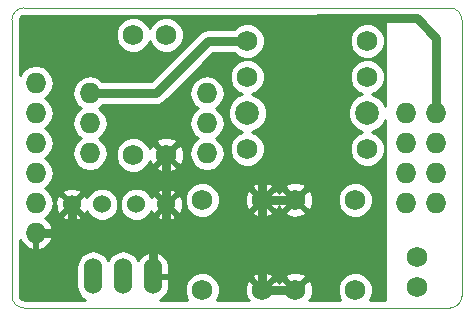
<source format=gbl>
G04 #@! TF.FileFunction,Copper,L2,Bot,Signal*
%FSLAX46Y46*%
G04 Gerber Fmt 4.6, Leading zero omitted, Abs format (unit mm)*
G04 Created by KiCad (PCBNEW (2015-07-01 BZR 5850)-product) date Mon Jul 20 16:06:04 2015*
%MOMM*%
G01*
G04 APERTURE LIST*
%ADD10C,0.100000*%
%ADD11C,1.524000*%
%ADD12C,1.727200*%
%ADD13O,1.727200X1.727200*%
%ADD14O,1.524000X3.048000*%
%ADD15C,1.998980*%
%ADD16C,0.762000*%
%ADD17C,0.254000*%
G04 APERTURE END LIST*
D10*
X165100000Y-77216000D02*
X165100000Y-100584000D01*
X128016000Y-76200000D02*
X164084000Y-76200000D01*
X127000000Y-100584000D02*
X127000000Y-77216000D01*
X164084000Y-101600000D02*
X128016000Y-101600000D01*
X127000000Y-100584000D02*
G75*
G03X128016000Y-101600000I1016000J0D01*
G01*
X128016000Y-76200000D02*
G75*
G03X127000000Y-77216000I0J-1016000D01*
G01*
X165100000Y-77216000D02*
G75*
G03X164084000Y-76200000I-1016000J0D01*
G01*
X164084000Y-101600000D02*
G75*
G03X165100000Y-100584000I0J1016000D01*
G01*
D11*
X134620000Y-92837000D03*
X132080000Y-92837000D03*
X137541000Y-92837000D03*
X140081000Y-92837000D03*
D12*
X161290000Y-99822000D03*
X161290000Y-97282000D03*
D13*
X133604000Y-88519000D03*
X133604000Y-85979000D03*
X133604000Y-83439000D03*
X129032000Y-82550000D03*
X129032000Y-85090000D03*
X129032000Y-87630000D03*
X129032000Y-90170000D03*
X129032000Y-92710000D03*
X129032000Y-95250000D03*
X160401000Y-85090000D03*
X162941000Y-85090000D03*
X160401000Y-87630000D03*
X162941000Y-87630000D03*
X160401000Y-90170000D03*
X162941000Y-90170000D03*
X160401000Y-92710000D03*
X162941000Y-92710000D03*
X143510000Y-88519000D03*
X143510000Y-85979000D03*
X143510000Y-83439000D03*
D12*
X156083000Y-100076000D03*
X151003000Y-100076000D03*
X156083000Y-92456000D03*
X151003000Y-92456000D03*
X143129000Y-92456000D03*
X148209000Y-92456000D03*
X143129000Y-100076000D03*
X148209000Y-100076000D03*
D14*
X138938000Y-98933000D03*
X136398000Y-98933000D03*
X133858000Y-98933000D03*
D12*
X137287000Y-88646000D03*
X137287000Y-78486000D03*
X146939000Y-82042000D03*
X157099000Y-82042000D03*
X146939000Y-78994000D03*
X157099000Y-78994000D03*
X157099000Y-88138000D03*
X146939000Y-88138000D03*
X140081000Y-78486000D03*
X140081000Y-88646000D03*
D15*
X146939000Y-85090000D03*
X157099000Y-85090000D03*
D16*
X149225000Y-80772000D02*
X149225000Y-89598500D01*
X162941000Y-78740000D02*
X161290000Y-77089000D01*
X161290000Y-77089000D02*
X152908000Y-77089000D01*
X152908000Y-77089000D02*
X149225000Y-80772000D01*
X162941000Y-85090000D02*
X162941000Y-78740000D01*
X148209000Y-90614500D02*
X148209000Y-92456000D01*
X149225000Y-89598500D02*
X148209000Y-90614500D01*
X140081000Y-95250000D02*
X148209000Y-95250000D01*
X148209000Y-92456000D02*
X151003000Y-92456000D01*
X148209000Y-100076000D02*
X148209000Y-95250000D01*
X148209000Y-95250000D02*
X148209000Y-92456000D01*
X151003000Y-100076000D02*
X148209000Y-100076000D01*
X140081000Y-92837000D02*
X140081000Y-88646000D01*
X132080000Y-92837000D02*
X132080000Y-95250000D01*
X140081000Y-92837000D02*
X140081000Y-95250000D01*
X138938000Y-98933000D02*
X138938000Y-95250000D01*
X129032000Y-95250000D02*
X132080000Y-95250000D01*
X132080000Y-95250000D02*
X138938000Y-95250000D01*
X138938000Y-95250000D02*
X140081000Y-95250000D01*
X146939000Y-78994000D02*
X143637000Y-78994000D01*
X139192000Y-83439000D02*
X133604000Y-83439000D01*
X143637000Y-78994000D02*
X139192000Y-83439000D01*
D17*
G36*
X158623000Y-84498212D02*
X158485462Y-84165345D01*
X158026073Y-83705154D01*
X157513384Y-83492267D01*
X157946780Y-83313192D01*
X158368710Y-82891997D01*
X158597339Y-82341398D01*
X158597859Y-81745218D01*
X158370192Y-81194220D01*
X157948997Y-80772290D01*
X157398398Y-80543661D01*
X156802218Y-80543141D01*
X156251220Y-80770808D01*
X155829290Y-81192003D01*
X155600661Y-81742602D01*
X155600141Y-82338782D01*
X155827808Y-82889780D01*
X156249003Y-83311710D01*
X156684744Y-83492646D01*
X156174345Y-83703538D01*
X155714154Y-84162927D01*
X155464794Y-84763453D01*
X155464226Y-85413694D01*
X155712538Y-86014655D01*
X156171927Y-86474846D01*
X156684616Y-86687733D01*
X156251220Y-86866808D01*
X155829290Y-87288003D01*
X155600661Y-87838602D01*
X155600141Y-88434782D01*
X155827808Y-88985780D01*
X156249003Y-89407710D01*
X156799602Y-89636339D01*
X157395782Y-89636859D01*
X157946780Y-89409192D01*
X158368710Y-88987997D01*
X158597339Y-88437398D01*
X158597859Y-87841218D01*
X158370192Y-87290220D01*
X157948997Y-86868290D01*
X157513256Y-86687354D01*
X158023655Y-86476462D01*
X158483846Y-86017073D01*
X158623000Y-85681953D01*
X158623000Y-100915000D01*
X157357276Y-100915000D01*
X157581339Y-100375398D01*
X157581859Y-99779218D01*
X157354192Y-99228220D01*
X156932997Y-98806290D01*
X156382398Y-98577661D01*
X155786218Y-98577141D01*
X155235220Y-98804808D01*
X154813290Y-99226003D01*
X154584661Y-99776602D01*
X154584141Y-100372782D01*
X154808180Y-100915000D01*
X152165364Y-100915000D01*
X152309516Y-100868259D01*
X152513248Y-100307970D01*
X152487058Y-99712365D01*
X152309516Y-99283741D01*
X152056805Y-99201800D01*
X151182605Y-100076000D01*
X151196748Y-100090143D01*
X151017143Y-100269748D01*
X151003000Y-100255605D01*
X150988858Y-100269748D01*
X150809253Y-100090143D01*
X150823395Y-100076000D01*
X150643790Y-99896395D01*
X151003000Y-99896395D01*
X151877200Y-99022195D01*
X151795259Y-98769484D01*
X151234970Y-98565752D01*
X150639365Y-98591942D01*
X148512996Y-98591942D01*
X148440970Y-98565752D01*
X147845365Y-98591942D01*
X147416741Y-98769484D01*
X147334800Y-99022195D01*
X148209000Y-99896395D01*
X149083200Y-99022195D01*
X149001259Y-98769484D01*
X148512996Y-98591942D01*
X150639365Y-98591942D01*
X148512996Y-98591942D01*
X148512996Y-98591942D01*
X150639365Y-98591942D01*
X150210741Y-98769484D01*
X150128800Y-99022195D01*
X151003000Y-99896395D01*
X150643790Y-99896395D01*
X149949195Y-99201800D01*
X149696484Y-99283741D01*
X149611886Y-99516398D01*
X149515516Y-99283741D01*
X149262805Y-99201800D01*
X148388605Y-100076000D01*
X148402748Y-100090143D01*
X148223143Y-100269748D01*
X148209000Y-100255605D01*
X148194858Y-100269748D01*
X148015253Y-100090143D01*
X148029395Y-100076000D01*
X147155195Y-99201800D01*
X146902484Y-99283741D01*
X146698752Y-99844030D01*
X146724942Y-100439635D01*
X146902484Y-100868259D01*
X147046636Y-100915000D01*
X144403276Y-100915000D01*
X144627339Y-100375398D01*
X144627859Y-99779218D01*
X144400192Y-99228220D01*
X143978997Y-98806290D01*
X143428398Y-98577661D01*
X142832218Y-98577141D01*
X142281220Y-98804808D01*
X141859290Y-99226003D01*
X141630661Y-99776602D01*
X141630141Y-100372782D01*
X141854180Y-100915000D01*
X139574419Y-100915000D01*
X139836026Y-100772630D01*
X140180059Y-100346941D01*
X140335000Y-99822000D01*
X140335000Y-99060000D01*
X139065000Y-99060000D01*
X139065000Y-99080000D01*
X138811000Y-99080000D01*
X138811000Y-99060000D01*
X138791000Y-99060000D01*
X138791000Y-98806000D01*
X138811000Y-98806000D01*
X138811000Y-96939280D01*
X139065000Y-96939280D01*
X139065000Y-98806000D01*
X140335000Y-98806000D01*
X140335000Y-98044000D01*
X140180059Y-97519059D01*
X139836026Y-97093370D01*
X139355277Y-96831740D01*
X139281070Y-96816780D01*
X139065000Y-96939280D01*
X138811000Y-96939280D01*
X138811000Y-96939280D01*
X138594930Y-96816780D01*
X138520723Y-96831740D01*
X138039974Y-97093370D01*
X137695941Y-97519059D01*
X137678349Y-97578662D01*
X137385828Y-97140875D01*
X136932609Y-96838043D01*
X136398000Y-96731703D01*
X135863391Y-96838043D01*
X135410172Y-97140875D01*
X135128000Y-97563174D01*
X134845828Y-97140875D01*
X134392609Y-96838043D01*
X133858000Y-96731703D01*
X133323391Y-96838043D01*
X132870172Y-97140875D01*
X132567340Y-97594094D01*
X132461000Y-98128703D01*
X132461000Y-99737297D01*
X132567340Y-100271906D01*
X132870172Y-100725125D01*
X133154339Y-100915000D01*
X128083466Y-100915000D01*
X127894469Y-100877406D01*
X127791437Y-100808563D01*
X127722594Y-100705531D01*
X127685000Y-100516534D01*
X127685000Y-95839395D01*
X127825179Y-96138490D01*
X128257053Y-96532688D01*
X128672974Y-96704958D01*
X128905000Y-96583817D01*
X128905000Y-95377000D01*
X129159000Y-95377000D01*
X129159000Y-96583817D01*
X129391026Y-96704958D01*
X129806947Y-96532688D01*
X130238821Y-96138490D01*
X130486968Y-95609027D01*
X130366469Y-95377000D01*
X129159000Y-95377000D01*
X128905000Y-95377000D01*
X128905000Y-95377000D01*
X128885000Y-95377000D01*
X128885000Y-95123000D01*
X128905000Y-95123000D01*
X128905000Y-95103000D01*
X129159000Y-95103000D01*
X129159000Y-95123000D01*
X130366469Y-95123000D01*
X130486968Y-94890973D01*
X130238821Y-94361510D01*
X129820839Y-93979992D01*
X130064455Y-93817213D01*
X131279392Y-93817213D01*
X131348857Y-94059397D01*
X131872302Y-94246144D01*
X139873302Y-94246144D01*
X140428368Y-94218362D01*
X140812143Y-94059397D01*
X140838860Y-93966248D01*
X147977030Y-93966248D01*
X148572635Y-93940058D01*
X149001259Y-93762516D01*
X149083200Y-93509805D01*
X150128800Y-93509805D01*
X149083200Y-93509805D01*
X149083200Y-93509805D01*
X150128800Y-93509805D01*
X150210741Y-93762516D01*
X150771030Y-93966248D01*
X151366635Y-93940058D01*
X151795259Y-93762516D01*
X151807193Y-93725710D01*
X155233003Y-93725710D01*
X155783602Y-93954339D01*
X156379782Y-93954859D01*
X156930780Y-93727192D01*
X157352710Y-93305997D01*
X157581339Y-92755398D01*
X157581859Y-92159218D01*
X157354192Y-91608220D01*
X156932997Y-91186290D01*
X156382398Y-90957661D01*
X155786218Y-90957141D01*
X155235220Y-91184808D01*
X151806713Y-91184808D01*
X151795259Y-91149484D01*
X151234970Y-90945752D01*
X150639365Y-90971942D01*
X150210741Y-91149484D01*
X150128800Y-91402195D01*
X151003000Y-92276395D01*
X151877200Y-91402195D01*
X151806713Y-91184808D01*
X155235220Y-91184808D01*
X151806713Y-91184808D01*
X151806713Y-91184808D01*
X155235220Y-91184808D01*
X154813290Y-91606003D01*
X152131449Y-91606003D01*
X152056805Y-91581800D01*
X151182605Y-92456000D01*
X152056805Y-93330200D01*
X152309516Y-93248259D01*
X152513248Y-92687970D01*
X152487058Y-92092365D01*
X152309516Y-91663741D01*
X152131449Y-91606003D01*
X154813290Y-91606003D01*
X152131449Y-91606003D01*
X152131449Y-91606003D01*
X154813290Y-91606003D01*
X154584661Y-92156602D01*
X154584141Y-92752782D01*
X154811808Y-93303780D01*
X155233003Y-93725710D01*
X151807193Y-93725710D01*
X151877200Y-93509805D01*
X151003000Y-92635605D01*
X150643790Y-92635605D01*
X150823395Y-92456000D01*
X149949195Y-91581800D01*
X149696484Y-91663741D01*
X149611886Y-91896398D01*
X149515516Y-91663741D01*
X149262805Y-91581800D01*
X148388605Y-92456000D01*
X149262805Y-93330200D01*
X149515516Y-93248259D01*
X149600114Y-93015602D01*
X149696484Y-93248259D01*
X149949195Y-93330200D01*
X150643790Y-92635605D01*
X151003000Y-92635605D01*
X150643790Y-92635605D01*
X150643790Y-92635605D01*
X151003000Y-92635605D01*
X150128800Y-93509805D01*
X149083200Y-93509805D01*
X149083200Y-93509805D01*
X148209000Y-92635605D01*
X147334800Y-93509805D01*
X144194546Y-93509805D01*
X144398710Y-93305997D01*
X144627339Y-92755398D01*
X144627859Y-92159218D01*
X144423133Y-91663741D01*
X146902484Y-91663741D01*
X146698752Y-92224030D01*
X146724942Y-92819635D01*
X146902484Y-93248259D01*
X147155195Y-93330200D01*
X148029395Y-92456000D01*
X147155195Y-91581800D01*
X146902484Y-91663741D01*
X144423133Y-91663741D01*
X144400192Y-91608220D01*
X143978997Y-91186290D01*
X143462791Y-90971942D01*
X147845365Y-90971942D01*
X147416741Y-91149484D01*
X147334800Y-91402195D01*
X148209000Y-92276395D01*
X149083200Y-91402195D01*
X149001259Y-91149484D01*
X148440970Y-90945752D01*
X147845365Y-90971942D01*
X143462791Y-90971942D01*
X143428398Y-90957661D01*
X142832218Y-90957141D01*
X142281220Y-91184808D01*
X141859290Y-91606003D01*
X141630661Y-92156602D01*
X141630141Y-92752782D01*
X141857808Y-93303780D01*
X142279003Y-93725710D01*
X142829602Y-93954339D01*
X143425782Y-93954859D01*
X143976780Y-93727192D01*
X144194546Y-93509805D01*
X147334800Y-93509805D01*
X144194546Y-93509805D01*
X144194546Y-93509805D01*
X147334800Y-93509805D01*
X147416741Y-93762516D01*
X147977030Y-93966248D01*
X140838860Y-93966248D01*
X140881608Y-93817213D01*
X140081000Y-93016605D01*
X139280392Y-93817213D01*
X138536457Y-93817213D01*
X138724629Y-93629370D01*
X138804395Y-93437273D01*
X138858603Y-93568143D01*
X139100787Y-93637608D01*
X139901395Y-92837000D01*
X140260605Y-92837000D01*
X141061213Y-93637608D01*
X141303397Y-93568143D01*
X141490144Y-93044698D01*
X141462362Y-92489632D01*
X141303397Y-92105857D01*
X141061213Y-92036392D01*
X140260605Y-92837000D01*
X139901395Y-92837000D01*
X139901395Y-92837000D01*
X139100787Y-92036392D01*
X138858603Y-92105857D01*
X138808491Y-92246318D01*
X138726010Y-92046697D01*
X138333370Y-91653371D01*
X137857176Y-91455638D01*
X139733632Y-91455638D01*
X139349857Y-91614603D01*
X139280392Y-91856787D01*
X140081000Y-92657395D01*
X140881608Y-91856787D01*
X140812143Y-91614603D01*
X140288698Y-91427856D01*
X139733632Y-91455638D01*
X137857176Y-91455638D01*
X137820100Y-91440243D01*
X137264339Y-91439758D01*
X136750697Y-91651990D01*
X136357371Y-92044630D01*
X136144243Y-92557900D01*
X136143758Y-93113661D01*
X136355990Y-93627303D01*
X136748630Y-94020629D01*
X137261900Y-94233757D01*
X137817661Y-94234242D01*
X138331303Y-94022010D01*
X138536457Y-93817213D01*
X139280392Y-93817213D01*
X138536457Y-93817213D01*
X138536457Y-93817213D01*
X139280392Y-93817213D01*
X139349857Y-94059397D01*
X139873302Y-94246144D01*
X131872302Y-94246144D01*
X131872302Y-94246144D01*
X132427368Y-94218362D01*
X132811143Y-94059397D01*
X132880608Y-93817213D01*
X132701003Y-93637608D01*
X133060213Y-93637608D01*
X133302397Y-93568143D01*
X133352509Y-93427682D01*
X133434990Y-93627303D01*
X133827630Y-94020629D01*
X134340900Y-94233757D01*
X134896661Y-94234242D01*
X135410303Y-94022010D01*
X135803629Y-93629370D01*
X136016757Y-93116100D01*
X136017242Y-92560339D01*
X135805010Y-92046697D01*
X135412370Y-91653371D01*
X134899100Y-91440243D01*
X134343339Y-91439758D01*
X133829697Y-91651990D01*
X132821867Y-91651990D01*
X132811143Y-91614603D01*
X132287698Y-91427856D01*
X131732632Y-91455638D01*
X131348857Y-91614603D01*
X131279392Y-91856787D01*
X132080000Y-92657395D01*
X132880608Y-91856787D01*
X132821867Y-91651990D01*
X133829697Y-91651990D01*
X132821867Y-91651990D01*
X132821867Y-91651990D01*
X133829697Y-91651990D01*
X133436371Y-92044630D01*
X133356605Y-92236727D01*
X133302397Y-92105857D01*
X133060213Y-92036392D01*
X132259605Y-92837000D01*
X131900395Y-92837000D01*
X131900395Y-92837000D01*
X131099787Y-92036392D01*
X130857603Y-92105857D01*
X130670856Y-92629302D01*
X130698638Y-93184368D01*
X130857603Y-93568143D01*
X131099787Y-93637608D01*
X131900395Y-92837000D01*
X132259605Y-92837000D01*
X131900395Y-92837000D01*
X131900395Y-92837000D01*
X132259605Y-92837000D01*
X133060213Y-93637608D01*
X132701003Y-93637608D01*
X132080000Y-93016605D01*
X131279392Y-93817213D01*
X130064455Y-93817213D01*
X130091670Y-93799029D01*
X130416526Y-93312848D01*
X130530600Y-92739359D01*
X130530600Y-92680641D01*
X130416526Y-92107152D01*
X130091670Y-91620971D01*
X129820828Y-91440000D01*
X130091670Y-91259029D01*
X130416526Y-90772848D01*
X130530600Y-90199359D01*
X130530600Y-90156248D01*
X139849030Y-90156248D01*
X140444635Y-90130058D01*
X140873259Y-89952516D01*
X140955200Y-89699805D01*
X140863424Y-89608029D01*
X142450330Y-89608029D01*
X142936511Y-89932885D01*
X143510000Y-90046959D01*
X144083489Y-89932885D01*
X144569670Y-89608029D01*
X144894526Y-89121848D01*
X145008600Y-88548359D01*
X145008600Y-88489641D01*
X144894526Y-87916152D01*
X144569670Y-87429971D01*
X144298828Y-87249000D01*
X144569670Y-87068029D01*
X144894526Y-86581848D01*
X145008600Y-86008359D01*
X145008600Y-85949641D01*
X144894526Y-85376152D01*
X144569670Y-84889971D01*
X144298828Y-84709000D01*
X144569670Y-84528029D01*
X144894526Y-84041848D01*
X145008600Y-83468359D01*
X145008600Y-83409641D01*
X144894526Y-82836152D01*
X144569670Y-82349971D01*
X144083489Y-82025115D01*
X143510000Y-81911041D01*
X142936511Y-82025115D01*
X142042725Y-82025115D01*
X143297032Y-80770808D01*
X146091220Y-80770808D01*
X145669290Y-81192003D01*
X145440661Y-81742602D01*
X145440141Y-82338782D01*
X145667808Y-82889780D01*
X146089003Y-83311710D01*
X146524744Y-83492646D01*
X146014345Y-83703538D01*
X145554154Y-84162927D01*
X145304794Y-84763453D01*
X145304226Y-85413694D01*
X145552538Y-86014655D01*
X146011927Y-86474846D01*
X146524616Y-86687733D01*
X146091220Y-86866808D01*
X145669290Y-87288003D01*
X145440661Y-87838602D01*
X145440141Y-88434782D01*
X145667808Y-88985780D01*
X146089003Y-89407710D01*
X146639602Y-89636339D01*
X147235782Y-89636859D01*
X147786780Y-89409192D01*
X148208710Y-88987997D01*
X148437339Y-88437398D01*
X148437859Y-87841218D01*
X148210192Y-87290220D01*
X147788997Y-86868290D01*
X147353256Y-86687354D01*
X147863655Y-86476462D01*
X148323846Y-86017073D01*
X148573206Y-85416547D01*
X148573774Y-84766306D01*
X148325462Y-84165345D01*
X147866073Y-83705154D01*
X147353384Y-83492267D01*
X147786780Y-83313192D01*
X148208710Y-82891997D01*
X148437339Y-82341398D01*
X148437859Y-81745218D01*
X148210192Y-81194220D01*
X147788997Y-80772290D01*
X147238398Y-80543661D01*
X146642218Y-80543141D01*
X146091220Y-80770808D01*
X143297032Y-80770808D01*
X144057841Y-80010000D01*
X145835735Y-80010000D01*
X146089003Y-80263710D01*
X146639602Y-80492339D01*
X147235782Y-80492859D01*
X147786780Y-80265192D01*
X148208710Y-79843997D01*
X148437339Y-79293398D01*
X148437859Y-78697218D01*
X148210192Y-78146220D01*
X147788997Y-77724290D01*
X147785428Y-77722808D01*
X156251220Y-77722808D01*
X155829290Y-78144003D01*
X155600661Y-78694602D01*
X155600141Y-79290782D01*
X155827808Y-79841780D01*
X156249003Y-80263710D01*
X156799602Y-80492339D01*
X157395782Y-80492859D01*
X157946780Y-80265192D01*
X158368710Y-79843997D01*
X158597339Y-79293398D01*
X158597859Y-78697218D01*
X158370192Y-78146220D01*
X157948997Y-77724290D01*
X157398398Y-77495661D01*
X156802218Y-77495141D01*
X156251220Y-77722808D01*
X147785428Y-77722808D01*
X147238398Y-77495661D01*
X146642218Y-77495141D01*
X146091220Y-77722808D01*
X145835583Y-77978000D01*
X143637000Y-77978000D01*
X143248194Y-78055338D01*
X143248192Y-78055339D01*
X143248193Y-78055339D01*
X142918579Y-78275580D01*
X138771160Y-82423000D01*
X134712466Y-82423000D01*
X134663670Y-82349971D01*
X134177489Y-82025115D01*
X133604000Y-81911041D01*
X133030511Y-82025115D01*
X132544330Y-82349971D01*
X132219474Y-82836152D01*
X132105400Y-83409641D01*
X132105400Y-83468359D01*
X132219474Y-84041848D01*
X132544330Y-84528029D01*
X132815172Y-84709000D01*
X132544330Y-84889971D01*
X132219474Y-85376152D01*
X132105400Y-85949641D01*
X132105400Y-86008359D01*
X132219474Y-86581848D01*
X132544330Y-87068029D01*
X132815172Y-87249000D01*
X132544330Y-87429971D01*
X132219474Y-87916152D01*
X132105400Y-88489641D01*
X132105400Y-88548359D01*
X132219474Y-89121848D01*
X132544330Y-89608029D01*
X133030511Y-89932885D01*
X133604000Y-90046959D01*
X134177489Y-89932885D01*
X134663670Y-89608029D01*
X134988526Y-89121848D01*
X135102600Y-88548359D01*
X135102600Y-88489641D01*
X134988526Y-87916152D01*
X134663670Y-87429971D01*
X134392828Y-87249000D01*
X134663670Y-87068029D01*
X134988526Y-86581848D01*
X135102600Y-86008359D01*
X135102600Y-85949641D01*
X134988526Y-85376152D01*
X134663670Y-84889971D01*
X134392828Y-84709000D01*
X134663670Y-84528029D01*
X134712466Y-84455000D01*
X139192000Y-84455000D01*
X139516300Y-84390493D01*
X139580807Y-84377662D01*
X139910420Y-84157420D01*
X142042725Y-82025115D01*
X142936511Y-82025115D01*
X142042725Y-82025115D01*
X142042725Y-82025115D01*
X142936511Y-82025115D01*
X142450330Y-82349971D01*
X142125474Y-82836152D01*
X142011400Y-83409641D01*
X142011400Y-83468359D01*
X142125474Y-84041848D01*
X142450330Y-84528029D01*
X142721172Y-84709000D01*
X142450330Y-84889971D01*
X142125474Y-85376152D01*
X142011400Y-85949641D01*
X142011400Y-86008359D01*
X142125474Y-86581848D01*
X142450330Y-87068029D01*
X142721172Y-87249000D01*
X140624417Y-87249000D01*
X140312970Y-87135752D01*
X139717365Y-87161942D01*
X139288741Y-87339484D01*
X139206800Y-87592195D01*
X140081000Y-88466395D01*
X140955200Y-87592195D01*
X140873259Y-87339484D01*
X140624417Y-87249000D01*
X142721172Y-87249000D01*
X140624417Y-87249000D01*
X140624417Y-87249000D01*
X142721172Y-87249000D01*
X142450330Y-87429971D01*
X142125474Y-87916152D01*
X141413368Y-87916152D01*
X141387516Y-87853741D01*
X141134805Y-87771800D01*
X140260605Y-88646000D01*
X141134805Y-89520200D01*
X141387516Y-89438259D01*
X141591248Y-88877970D01*
X141565058Y-88282365D01*
X141413368Y-87916152D01*
X142125474Y-87916152D01*
X141413368Y-87916152D01*
X141413368Y-87916152D01*
X142125474Y-87916152D01*
X142011400Y-88489641D01*
X142011400Y-88548359D01*
X142125474Y-89121848D01*
X142450330Y-89608029D01*
X140863424Y-89608029D01*
X140081000Y-88825605D01*
X139206800Y-89699805D01*
X138352546Y-89699805D01*
X138556710Y-89495997D01*
X138677704Y-89204612D01*
X138774484Y-89438259D01*
X139027195Y-89520200D01*
X139901395Y-88646000D01*
X139027195Y-87771800D01*
X138774484Y-87853741D01*
X138683978Y-88102645D01*
X138558192Y-87798220D01*
X138136997Y-87376290D01*
X137586398Y-87147661D01*
X136990218Y-87147141D01*
X136439220Y-87374808D01*
X136017290Y-87796003D01*
X135788661Y-88346602D01*
X135788141Y-88942782D01*
X136015808Y-89493780D01*
X136437003Y-89915710D01*
X136987602Y-90144339D01*
X137583782Y-90144859D01*
X138134780Y-89917192D01*
X138352546Y-89699805D01*
X139206800Y-89699805D01*
X138352546Y-89699805D01*
X138352546Y-89699805D01*
X139206800Y-89699805D01*
X139288741Y-89952516D01*
X139849030Y-90156248D01*
X130530600Y-90156248D01*
X130530600Y-90140641D01*
X130416526Y-89567152D01*
X130091670Y-89080971D01*
X129820828Y-88900000D01*
X130091670Y-88719029D01*
X130416526Y-88232848D01*
X130530600Y-87659359D01*
X130530600Y-87600641D01*
X130416526Y-87027152D01*
X130091670Y-86540971D01*
X129820828Y-86360000D01*
X130091670Y-86179029D01*
X130416526Y-85692848D01*
X130530600Y-85119359D01*
X130530600Y-85060641D01*
X130416526Y-84487152D01*
X130091670Y-84000971D01*
X129820828Y-83820000D01*
X130091670Y-83639029D01*
X130416526Y-83152848D01*
X130530600Y-82579359D01*
X130530600Y-82520641D01*
X130416526Y-81947152D01*
X130091670Y-81460971D01*
X129605489Y-81136115D01*
X129032000Y-81022041D01*
X128458511Y-81136115D01*
X127972330Y-81460971D01*
X127685000Y-81890990D01*
X127685000Y-77283466D01*
X127722594Y-77094469D01*
X127791437Y-76991437D01*
X127797866Y-76987141D01*
X136990218Y-76987141D01*
X136439220Y-77214808D01*
X136017290Y-77636003D01*
X135788661Y-78186602D01*
X135788141Y-78782782D01*
X136015808Y-79333780D01*
X136437003Y-79755710D01*
X136987602Y-79984339D01*
X137583782Y-79984859D01*
X138134780Y-79757192D01*
X138556710Y-79335997D01*
X138684031Y-79029375D01*
X138809808Y-79333780D01*
X139231003Y-79755710D01*
X139781602Y-79984339D01*
X140377782Y-79984859D01*
X140928780Y-79757192D01*
X141350710Y-79335997D01*
X141579339Y-78785398D01*
X141579859Y-78189218D01*
X141352192Y-77638220D01*
X140930997Y-77216290D01*
X140380398Y-76987661D01*
X139784218Y-76987141D01*
X139233220Y-77214808D01*
X138811290Y-77636003D01*
X138683969Y-77942625D01*
X138558192Y-77638220D01*
X138136997Y-77216290D01*
X137586398Y-76987661D01*
X136990218Y-76987141D01*
X127797866Y-76987141D01*
X127894469Y-76922594D01*
X128083466Y-76885000D01*
X158623000Y-76885000D01*
X158623000Y-84498212D01*
X158623000Y-84498212D01*
G37*
X158623000Y-84498212D02*
X158485462Y-84165345D01*
X158026073Y-83705154D01*
X157513384Y-83492267D01*
X157946780Y-83313192D01*
X158368710Y-82891997D01*
X158597339Y-82341398D01*
X158597859Y-81745218D01*
X158370192Y-81194220D01*
X157948997Y-80772290D01*
X157398398Y-80543661D01*
X156802218Y-80543141D01*
X156251220Y-80770808D01*
X155829290Y-81192003D01*
X155600661Y-81742602D01*
X155600141Y-82338782D01*
X155827808Y-82889780D01*
X156249003Y-83311710D01*
X156684744Y-83492646D01*
X156174345Y-83703538D01*
X155714154Y-84162927D01*
X155464794Y-84763453D01*
X155464226Y-85413694D01*
X155712538Y-86014655D01*
X156171927Y-86474846D01*
X156684616Y-86687733D01*
X156251220Y-86866808D01*
X155829290Y-87288003D01*
X155600661Y-87838602D01*
X155600141Y-88434782D01*
X155827808Y-88985780D01*
X156249003Y-89407710D01*
X156799602Y-89636339D01*
X157395782Y-89636859D01*
X157946780Y-89409192D01*
X158368710Y-88987997D01*
X158597339Y-88437398D01*
X158597859Y-87841218D01*
X158370192Y-87290220D01*
X157948997Y-86868290D01*
X157513256Y-86687354D01*
X158023655Y-86476462D01*
X158483846Y-86017073D01*
X158623000Y-85681953D01*
X158623000Y-100915000D01*
X157357276Y-100915000D01*
X157581339Y-100375398D01*
X157581859Y-99779218D01*
X157354192Y-99228220D01*
X156932997Y-98806290D01*
X156382398Y-98577661D01*
X155786218Y-98577141D01*
X155235220Y-98804808D01*
X154813290Y-99226003D01*
X154584661Y-99776602D01*
X154584141Y-100372782D01*
X154808180Y-100915000D01*
X152165364Y-100915000D01*
X152309516Y-100868259D01*
X152513248Y-100307970D01*
X152487058Y-99712365D01*
X152309516Y-99283741D01*
X152056805Y-99201800D01*
X151182605Y-100076000D01*
X151196748Y-100090143D01*
X151017143Y-100269748D01*
X151003000Y-100255605D01*
X150988858Y-100269748D01*
X150809253Y-100090143D01*
X150823395Y-100076000D01*
X150643790Y-99896395D01*
X151003000Y-99896395D01*
X151877200Y-99022195D01*
X151795259Y-98769484D01*
X151234970Y-98565752D01*
X150639365Y-98591942D01*
X148512996Y-98591942D01*
X148440970Y-98565752D01*
X147845365Y-98591942D01*
X147416741Y-98769484D01*
X147334800Y-99022195D01*
X148209000Y-99896395D01*
X149083200Y-99022195D01*
X149001259Y-98769484D01*
X148512996Y-98591942D01*
X150639365Y-98591942D01*
X148512996Y-98591942D01*
X148512996Y-98591942D01*
X150639365Y-98591942D01*
X150210741Y-98769484D01*
X150128800Y-99022195D01*
X151003000Y-99896395D01*
X150643790Y-99896395D01*
X149949195Y-99201800D01*
X149696484Y-99283741D01*
X149611886Y-99516398D01*
X149515516Y-99283741D01*
X149262805Y-99201800D01*
X148388605Y-100076000D01*
X148402748Y-100090143D01*
X148223143Y-100269748D01*
X148209000Y-100255605D01*
X148194858Y-100269748D01*
X148015253Y-100090143D01*
X148029395Y-100076000D01*
X147155195Y-99201800D01*
X146902484Y-99283741D01*
X146698752Y-99844030D01*
X146724942Y-100439635D01*
X146902484Y-100868259D01*
X147046636Y-100915000D01*
X144403276Y-100915000D01*
X144627339Y-100375398D01*
X144627859Y-99779218D01*
X144400192Y-99228220D01*
X143978997Y-98806290D01*
X143428398Y-98577661D01*
X142832218Y-98577141D01*
X142281220Y-98804808D01*
X141859290Y-99226003D01*
X141630661Y-99776602D01*
X141630141Y-100372782D01*
X141854180Y-100915000D01*
X139574419Y-100915000D01*
X139836026Y-100772630D01*
X140180059Y-100346941D01*
X140335000Y-99822000D01*
X140335000Y-99060000D01*
X139065000Y-99060000D01*
X139065000Y-99080000D01*
X138811000Y-99080000D01*
X138811000Y-99060000D01*
X138791000Y-99060000D01*
X138791000Y-98806000D01*
X138811000Y-98806000D01*
X138811000Y-96939280D01*
X139065000Y-96939280D01*
X139065000Y-98806000D01*
X140335000Y-98806000D01*
X140335000Y-98044000D01*
X140180059Y-97519059D01*
X139836026Y-97093370D01*
X139355277Y-96831740D01*
X139281070Y-96816780D01*
X139065000Y-96939280D01*
X138811000Y-96939280D01*
X138811000Y-96939280D01*
X138594930Y-96816780D01*
X138520723Y-96831740D01*
X138039974Y-97093370D01*
X137695941Y-97519059D01*
X137678349Y-97578662D01*
X137385828Y-97140875D01*
X136932609Y-96838043D01*
X136398000Y-96731703D01*
X135863391Y-96838043D01*
X135410172Y-97140875D01*
X135128000Y-97563174D01*
X134845828Y-97140875D01*
X134392609Y-96838043D01*
X133858000Y-96731703D01*
X133323391Y-96838043D01*
X132870172Y-97140875D01*
X132567340Y-97594094D01*
X132461000Y-98128703D01*
X132461000Y-99737297D01*
X132567340Y-100271906D01*
X132870172Y-100725125D01*
X133154339Y-100915000D01*
X128083466Y-100915000D01*
X127894469Y-100877406D01*
X127791437Y-100808563D01*
X127722594Y-100705531D01*
X127685000Y-100516534D01*
X127685000Y-95839395D01*
X127825179Y-96138490D01*
X128257053Y-96532688D01*
X128672974Y-96704958D01*
X128905000Y-96583817D01*
X128905000Y-95377000D01*
X129159000Y-95377000D01*
X129159000Y-96583817D01*
X129391026Y-96704958D01*
X129806947Y-96532688D01*
X130238821Y-96138490D01*
X130486968Y-95609027D01*
X130366469Y-95377000D01*
X129159000Y-95377000D01*
X128905000Y-95377000D01*
X128905000Y-95377000D01*
X128885000Y-95377000D01*
X128885000Y-95123000D01*
X128905000Y-95123000D01*
X128905000Y-95103000D01*
X129159000Y-95103000D01*
X129159000Y-95123000D01*
X130366469Y-95123000D01*
X130486968Y-94890973D01*
X130238821Y-94361510D01*
X129820839Y-93979992D01*
X130064455Y-93817213D01*
X131279392Y-93817213D01*
X131348857Y-94059397D01*
X131872302Y-94246144D01*
X139873302Y-94246144D01*
X140428368Y-94218362D01*
X140812143Y-94059397D01*
X140838860Y-93966248D01*
X147977030Y-93966248D01*
X148572635Y-93940058D01*
X149001259Y-93762516D01*
X149083200Y-93509805D01*
X150128800Y-93509805D01*
X149083200Y-93509805D01*
X149083200Y-93509805D01*
X150128800Y-93509805D01*
X150210741Y-93762516D01*
X150771030Y-93966248D01*
X151366635Y-93940058D01*
X151795259Y-93762516D01*
X151807193Y-93725710D01*
X155233003Y-93725710D01*
X155783602Y-93954339D01*
X156379782Y-93954859D01*
X156930780Y-93727192D01*
X157352710Y-93305997D01*
X157581339Y-92755398D01*
X157581859Y-92159218D01*
X157354192Y-91608220D01*
X156932997Y-91186290D01*
X156382398Y-90957661D01*
X155786218Y-90957141D01*
X155235220Y-91184808D01*
X151806713Y-91184808D01*
X151795259Y-91149484D01*
X151234970Y-90945752D01*
X150639365Y-90971942D01*
X150210741Y-91149484D01*
X150128800Y-91402195D01*
X151003000Y-92276395D01*
X151877200Y-91402195D01*
X151806713Y-91184808D01*
X155235220Y-91184808D01*
X151806713Y-91184808D01*
X151806713Y-91184808D01*
X155235220Y-91184808D01*
X154813290Y-91606003D01*
X152131449Y-91606003D01*
X152056805Y-91581800D01*
X151182605Y-92456000D01*
X152056805Y-93330200D01*
X152309516Y-93248259D01*
X152513248Y-92687970D01*
X152487058Y-92092365D01*
X152309516Y-91663741D01*
X152131449Y-91606003D01*
X154813290Y-91606003D01*
X152131449Y-91606003D01*
X152131449Y-91606003D01*
X154813290Y-91606003D01*
X154584661Y-92156602D01*
X154584141Y-92752782D01*
X154811808Y-93303780D01*
X155233003Y-93725710D01*
X151807193Y-93725710D01*
X151877200Y-93509805D01*
X151003000Y-92635605D01*
X150643790Y-92635605D01*
X150823395Y-92456000D01*
X149949195Y-91581800D01*
X149696484Y-91663741D01*
X149611886Y-91896398D01*
X149515516Y-91663741D01*
X149262805Y-91581800D01*
X148388605Y-92456000D01*
X149262805Y-93330200D01*
X149515516Y-93248259D01*
X149600114Y-93015602D01*
X149696484Y-93248259D01*
X149949195Y-93330200D01*
X150643790Y-92635605D01*
X151003000Y-92635605D01*
X150643790Y-92635605D01*
X150643790Y-92635605D01*
X151003000Y-92635605D01*
X150128800Y-93509805D01*
X149083200Y-93509805D01*
X149083200Y-93509805D01*
X148209000Y-92635605D01*
X147334800Y-93509805D01*
X144194546Y-93509805D01*
X144398710Y-93305997D01*
X144627339Y-92755398D01*
X144627859Y-92159218D01*
X144423133Y-91663741D01*
X146902484Y-91663741D01*
X146698752Y-92224030D01*
X146724942Y-92819635D01*
X146902484Y-93248259D01*
X147155195Y-93330200D01*
X148029395Y-92456000D01*
X147155195Y-91581800D01*
X146902484Y-91663741D01*
X144423133Y-91663741D01*
X144400192Y-91608220D01*
X143978997Y-91186290D01*
X143462791Y-90971942D01*
X147845365Y-90971942D01*
X147416741Y-91149484D01*
X147334800Y-91402195D01*
X148209000Y-92276395D01*
X149083200Y-91402195D01*
X149001259Y-91149484D01*
X148440970Y-90945752D01*
X147845365Y-90971942D01*
X143462791Y-90971942D01*
X143428398Y-90957661D01*
X142832218Y-90957141D01*
X142281220Y-91184808D01*
X141859290Y-91606003D01*
X141630661Y-92156602D01*
X141630141Y-92752782D01*
X141857808Y-93303780D01*
X142279003Y-93725710D01*
X142829602Y-93954339D01*
X143425782Y-93954859D01*
X143976780Y-93727192D01*
X144194546Y-93509805D01*
X147334800Y-93509805D01*
X144194546Y-93509805D01*
X144194546Y-93509805D01*
X147334800Y-93509805D01*
X147416741Y-93762516D01*
X147977030Y-93966248D01*
X140838860Y-93966248D01*
X140881608Y-93817213D01*
X140081000Y-93016605D01*
X139280392Y-93817213D01*
X138536457Y-93817213D01*
X138724629Y-93629370D01*
X138804395Y-93437273D01*
X138858603Y-93568143D01*
X139100787Y-93637608D01*
X139901395Y-92837000D01*
X140260605Y-92837000D01*
X141061213Y-93637608D01*
X141303397Y-93568143D01*
X141490144Y-93044698D01*
X141462362Y-92489632D01*
X141303397Y-92105857D01*
X141061213Y-92036392D01*
X140260605Y-92837000D01*
X139901395Y-92837000D01*
X139901395Y-92837000D01*
X139100787Y-92036392D01*
X138858603Y-92105857D01*
X138808491Y-92246318D01*
X138726010Y-92046697D01*
X138333370Y-91653371D01*
X137857176Y-91455638D01*
X139733632Y-91455638D01*
X139349857Y-91614603D01*
X139280392Y-91856787D01*
X140081000Y-92657395D01*
X140881608Y-91856787D01*
X140812143Y-91614603D01*
X140288698Y-91427856D01*
X139733632Y-91455638D01*
X137857176Y-91455638D01*
X137820100Y-91440243D01*
X137264339Y-91439758D01*
X136750697Y-91651990D01*
X136357371Y-92044630D01*
X136144243Y-92557900D01*
X136143758Y-93113661D01*
X136355990Y-93627303D01*
X136748630Y-94020629D01*
X137261900Y-94233757D01*
X137817661Y-94234242D01*
X138331303Y-94022010D01*
X138536457Y-93817213D01*
X139280392Y-93817213D01*
X138536457Y-93817213D01*
X138536457Y-93817213D01*
X139280392Y-93817213D01*
X139349857Y-94059397D01*
X139873302Y-94246144D01*
X131872302Y-94246144D01*
X131872302Y-94246144D01*
X132427368Y-94218362D01*
X132811143Y-94059397D01*
X132880608Y-93817213D01*
X132701003Y-93637608D01*
X133060213Y-93637608D01*
X133302397Y-93568143D01*
X133352509Y-93427682D01*
X133434990Y-93627303D01*
X133827630Y-94020629D01*
X134340900Y-94233757D01*
X134896661Y-94234242D01*
X135410303Y-94022010D01*
X135803629Y-93629370D01*
X136016757Y-93116100D01*
X136017242Y-92560339D01*
X135805010Y-92046697D01*
X135412370Y-91653371D01*
X134899100Y-91440243D01*
X134343339Y-91439758D01*
X133829697Y-91651990D01*
X132821867Y-91651990D01*
X132811143Y-91614603D01*
X132287698Y-91427856D01*
X131732632Y-91455638D01*
X131348857Y-91614603D01*
X131279392Y-91856787D01*
X132080000Y-92657395D01*
X132880608Y-91856787D01*
X132821867Y-91651990D01*
X133829697Y-91651990D01*
X132821867Y-91651990D01*
X132821867Y-91651990D01*
X133829697Y-91651990D01*
X133436371Y-92044630D01*
X133356605Y-92236727D01*
X133302397Y-92105857D01*
X133060213Y-92036392D01*
X132259605Y-92837000D01*
X131900395Y-92837000D01*
X131900395Y-92837000D01*
X131099787Y-92036392D01*
X130857603Y-92105857D01*
X130670856Y-92629302D01*
X130698638Y-93184368D01*
X130857603Y-93568143D01*
X131099787Y-93637608D01*
X131900395Y-92837000D01*
X132259605Y-92837000D01*
X131900395Y-92837000D01*
X131900395Y-92837000D01*
X132259605Y-92837000D01*
X133060213Y-93637608D01*
X132701003Y-93637608D01*
X132080000Y-93016605D01*
X131279392Y-93817213D01*
X130064455Y-93817213D01*
X130091670Y-93799029D01*
X130416526Y-93312848D01*
X130530600Y-92739359D01*
X130530600Y-92680641D01*
X130416526Y-92107152D01*
X130091670Y-91620971D01*
X129820828Y-91440000D01*
X130091670Y-91259029D01*
X130416526Y-90772848D01*
X130530600Y-90199359D01*
X130530600Y-90156248D01*
X139849030Y-90156248D01*
X140444635Y-90130058D01*
X140873259Y-89952516D01*
X140955200Y-89699805D01*
X140863424Y-89608029D01*
X142450330Y-89608029D01*
X142936511Y-89932885D01*
X143510000Y-90046959D01*
X144083489Y-89932885D01*
X144569670Y-89608029D01*
X144894526Y-89121848D01*
X145008600Y-88548359D01*
X145008600Y-88489641D01*
X144894526Y-87916152D01*
X144569670Y-87429971D01*
X144298828Y-87249000D01*
X144569670Y-87068029D01*
X144894526Y-86581848D01*
X145008600Y-86008359D01*
X145008600Y-85949641D01*
X144894526Y-85376152D01*
X144569670Y-84889971D01*
X144298828Y-84709000D01*
X144569670Y-84528029D01*
X144894526Y-84041848D01*
X145008600Y-83468359D01*
X145008600Y-83409641D01*
X144894526Y-82836152D01*
X144569670Y-82349971D01*
X144083489Y-82025115D01*
X143510000Y-81911041D01*
X142936511Y-82025115D01*
X142042725Y-82025115D01*
X143297032Y-80770808D01*
X146091220Y-80770808D01*
X145669290Y-81192003D01*
X145440661Y-81742602D01*
X145440141Y-82338782D01*
X145667808Y-82889780D01*
X146089003Y-83311710D01*
X146524744Y-83492646D01*
X146014345Y-83703538D01*
X145554154Y-84162927D01*
X145304794Y-84763453D01*
X145304226Y-85413694D01*
X145552538Y-86014655D01*
X146011927Y-86474846D01*
X146524616Y-86687733D01*
X146091220Y-86866808D01*
X145669290Y-87288003D01*
X145440661Y-87838602D01*
X145440141Y-88434782D01*
X145667808Y-88985780D01*
X146089003Y-89407710D01*
X146639602Y-89636339D01*
X147235782Y-89636859D01*
X147786780Y-89409192D01*
X148208710Y-88987997D01*
X148437339Y-88437398D01*
X148437859Y-87841218D01*
X148210192Y-87290220D01*
X147788997Y-86868290D01*
X147353256Y-86687354D01*
X147863655Y-86476462D01*
X148323846Y-86017073D01*
X148573206Y-85416547D01*
X148573774Y-84766306D01*
X148325462Y-84165345D01*
X147866073Y-83705154D01*
X147353384Y-83492267D01*
X147786780Y-83313192D01*
X148208710Y-82891997D01*
X148437339Y-82341398D01*
X148437859Y-81745218D01*
X148210192Y-81194220D01*
X147788997Y-80772290D01*
X147238398Y-80543661D01*
X146642218Y-80543141D01*
X146091220Y-80770808D01*
X143297032Y-80770808D01*
X144057841Y-80010000D01*
X145835735Y-80010000D01*
X146089003Y-80263710D01*
X146639602Y-80492339D01*
X147235782Y-80492859D01*
X147786780Y-80265192D01*
X148208710Y-79843997D01*
X148437339Y-79293398D01*
X148437859Y-78697218D01*
X148210192Y-78146220D01*
X147788997Y-77724290D01*
X147785428Y-77722808D01*
X156251220Y-77722808D01*
X155829290Y-78144003D01*
X155600661Y-78694602D01*
X155600141Y-79290782D01*
X155827808Y-79841780D01*
X156249003Y-80263710D01*
X156799602Y-80492339D01*
X157395782Y-80492859D01*
X157946780Y-80265192D01*
X158368710Y-79843997D01*
X158597339Y-79293398D01*
X158597859Y-78697218D01*
X158370192Y-78146220D01*
X157948997Y-77724290D01*
X157398398Y-77495661D01*
X156802218Y-77495141D01*
X156251220Y-77722808D01*
X147785428Y-77722808D01*
X147238398Y-77495661D01*
X146642218Y-77495141D01*
X146091220Y-77722808D01*
X145835583Y-77978000D01*
X143637000Y-77978000D01*
X143248194Y-78055338D01*
X143248192Y-78055339D01*
X143248193Y-78055339D01*
X142918579Y-78275580D01*
X138771160Y-82423000D01*
X134712466Y-82423000D01*
X134663670Y-82349971D01*
X134177489Y-82025115D01*
X133604000Y-81911041D01*
X133030511Y-82025115D01*
X132544330Y-82349971D01*
X132219474Y-82836152D01*
X132105400Y-83409641D01*
X132105400Y-83468359D01*
X132219474Y-84041848D01*
X132544330Y-84528029D01*
X132815172Y-84709000D01*
X132544330Y-84889971D01*
X132219474Y-85376152D01*
X132105400Y-85949641D01*
X132105400Y-86008359D01*
X132219474Y-86581848D01*
X132544330Y-87068029D01*
X132815172Y-87249000D01*
X132544330Y-87429971D01*
X132219474Y-87916152D01*
X132105400Y-88489641D01*
X132105400Y-88548359D01*
X132219474Y-89121848D01*
X132544330Y-89608029D01*
X133030511Y-89932885D01*
X133604000Y-90046959D01*
X134177489Y-89932885D01*
X134663670Y-89608029D01*
X134988526Y-89121848D01*
X135102600Y-88548359D01*
X135102600Y-88489641D01*
X134988526Y-87916152D01*
X134663670Y-87429971D01*
X134392828Y-87249000D01*
X134663670Y-87068029D01*
X134988526Y-86581848D01*
X135102600Y-86008359D01*
X135102600Y-85949641D01*
X134988526Y-85376152D01*
X134663670Y-84889971D01*
X134392828Y-84709000D01*
X134663670Y-84528029D01*
X134712466Y-84455000D01*
X139192000Y-84455000D01*
X139516300Y-84390493D01*
X139580807Y-84377662D01*
X139910420Y-84157420D01*
X142042725Y-82025115D01*
X142936511Y-82025115D01*
X142042725Y-82025115D01*
X142042725Y-82025115D01*
X142936511Y-82025115D01*
X142450330Y-82349971D01*
X142125474Y-82836152D01*
X142011400Y-83409641D01*
X142011400Y-83468359D01*
X142125474Y-84041848D01*
X142450330Y-84528029D01*
X142721172Y-84709000D01*
X142450330Y-84889971D01*
X142125474Y-85376152D01*
X142011400Y-85949641D01*
X142011400Y-86008359D01*
X142125474Y-86581848D01*
X142450330Y-87068029D01*
X142721172Y-87249000D01*
X140624417Y-87249000D01*
X140312970Y-87135752D01*
X139717365Y-87161942D01*
X139288741Y-87339484D01*
X139206800Y-87592195D01*
X140081000Y-88466395D01*
X140955200Y-87592195D01*
X140873259Y-87339484D01*
X140624417Y-87249000D01*
X142721172Y-87249000D01*
X140624417Y-87249000D01*
X140624417Y-87249000D01*
X142721172Y-87249000D01*
X142450330Y-87429971D01*
X142125474Y-87916152D01*
X141413368Y-87916152D01*
X141387516Y-87853741D01*
X141134805Y-87771800D01*
X140260605Y-88646000D01*
X141134805Y-89520200D01*
X141387516Y-89438259D01*
X141591248Y-88877970D01*
X141565058Y-88282365D01*
X141413368Y-87916152D01*
X142125474Y-87916152D01*
X141413368Y-87916152D01*
X141413368Y-87916152D01*
X142125474Y-87916152D01*
X142011400Y-88489641D01*
X142011400Y-88548359D01*
X142125474Y-89121848D01*
X142450330Y-89608029D01*
X140863424Y-89608029D01*
X140081000Y-88825605D01*
X139206800Y-89699805D01*
X138352546Y-89699805D01*
X138556710Y-89495997D01*
X138677704Y-89204612D01*
X138774484Y-89438259D01*
X139027195Y-89520200D01*
X139901395Y-88646000D01*
X139027195Y-87771800D01*
X138774484Y-87853741D01*
X138683978Y-88102645D01*
X138558192Y-87798220D01*
X138136997Y-87376290D01*
X137586398Y-87147661D01*
X136990218Y-87147141D01*
X136439220Y-87374808D01*
X136017290Y-87796003D01*
X135788661Y-88346602D01*
X135788141Y-88942782D01*
X136015808Y-89493780D01*
X136437003Y-89915710D01*
X136987602Y-90144339D01*
X137583782Y-90144859D01*
X138134780Y-89917192D01*
X138352546Y-89699805D01*
X139206800Y-89699805D01*
X138352546Y-89699805D01*
X138352546Y-89699805D01*
X139206800Y-89699805D01*
X139288741Y-89952516D01*
X139849030Y-90156248D01*
X130530600Y-90156248D01*
X130530600Y-90140641D01*
X130416526Y-89567152D01*
X130091670Y-89080971D01*
X129820828Y-88900000D01*
X130091670Y-88719029D01*
X130416526Y-88232848D01*
X130530600Y-87659359D01*
X130530600Y-87600641D01*
X130416526Y-87027152D01*
X130091670Y-86540971D01*
X129820828Y-86360000D01*
X130091670Y-86179029D01*
X130416526Y-85692848D01*
X130530600Y-85119359D01*
X130530600Y-85060641D01*
X130416526Y-84487152D01*
X130091670Y-84000971D01*
X129820828Y-83820000D01*
X130091670Y-83639029D01*
X130416526Y-83152848D01*
X130530600Y-82579359D01*
X130530600Y-82520641D01*
X130416526Y-81947152D01*
X130091670Y-81460971D01*
X129605489Y-81136115D01*
X129032000Y-81022041D01*
X128458511Y-81136115D01*
X127972330Y-81460971D01*
X127685000Y-81890990D01*
X127685000Y-77283466D01*
X127722594Y-77094469D01*
X127791437Y-76991437D01*
X127797866Y-76987141D01*
X136990218Y-76987141D01*
X136439220Y-77214808D01*
X136017290Y-77636003D01*
X135788661Y-78186602D01*
X135788141Y-78782782D01*
X136015808Y-79333780D01*
X136437003Y-79755710D01*
X136987602Y-79984339D01*
X137583782Y-79984859D01*
X138134780Y-79757192D01*
X138556710Y-79335997D01*
X138684031Y-79029375D01*
X138809808Y-79333780D01*
X139231003Y-79755710D01*
X139781602Y-79984339D01*
X140377782Y-79984859D01*
X140928780Y-79757192D01*
X141350710Y-79335997D01*
X141579339Y-78785398D01*
X141579859Y-78189218D01*
X141352192Y-77638220D01*
X140930997Y-77216290D01*
X140380398Y-76987661D01*
X139784218Y-76987141D01*
X139233220Y-77214808D01*
X138811290Y-77636003D01*
X138683969Y-77942625D01*
X138558192Y-77638220D01*
X138136997Y-77216290D01*
X137586398Y-76987661D01*
X136990218Y-76987141D01*
X127797866Y-76987141D01*
X127894469Y-76922594D01*
X128083466Y-76885000D01*
X158623000Y-76885000D01*
X158623000Y-84498212D01*
M02*

</source>
